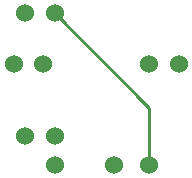
<source format=gbl>
G04 Layer: BottomLayer*
G04 EasyEDA v6.4.7, 2020-11-02T22:22:41--5:00*
G04 f05881e945704cecbeccc323a2f2ae3c,b7756ed7ca0c4192a86fef36f494ae1e,NaN*
G04 Gerber Generator version 0.2*
G04 Scale: 100 percent, Rotated: No, Reflected: No *
G04 Dimensions in millimeters *
G04 leading zeros omitted , absolute positions ,3 integer and 3 decimal *
%FSLAX33Y33*%
%MOMM*%
G90*
D02*

%ADD10C,0.254000*%
%ADD12C,1.524000*%

%LPD*%
G54D10*
G01X12999Y2499D02*
G01X12999Y7316D01*
G01X4999Y15316D01*
G54D12*
G01X12999Y2499D03*
G01X9999Y2499D03*
G01X4999Y2489D03*
G01X1499Y11000D03*
G01X12999Y11000D03*
G01X15500Y11000D03*
G01X3999Y11000D03*
G01X2500Y15316D03*
G01X4999Y15316D03*
G01X2500Y4902D03*
G01X4999Y4902D03*
M00*
M02*

</source>
